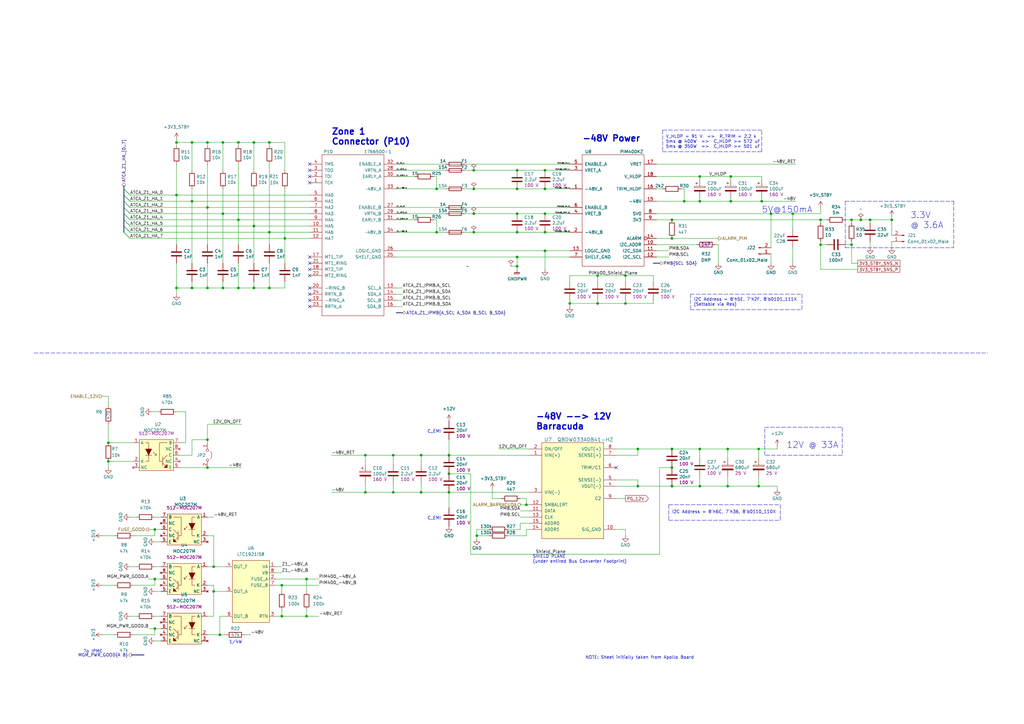
<source format=kicad_sch>
(kicad_sch (version 20211123) (generator eeschema)
  (paper "A3")
  (title_block (title "ATCA Template") (date "2023-01-05") (rev "1.0") (company "Karlsruhe Institute of Technology (KIT)") (comment 1 "Carsten Schmerbeck") (comment 2 "Luis Ardila") (comment 4 "Licensed under CERN-OHL-P v2"))
  (junction (at 115.57 252.73))
  (junction (at 72.39 80.01))
  (junction (at 116.84 97.79))
  (junction (at 179.07 95.25))
  (junction (at 215.9 207.01))
  (junction (at 184.15 186.69))
  (junction (at 223.52 87.63))
  (junction (at 78.74 82.55))
  (junction (at 195.58 219.71))
  (junction (at 353.06 90.17))
  (junction (at 87.63 232.41))
  (junction (at 336.55 90.17))
  (junction (at 299.72 72.39))
  (junction (at 172.72 186.69))
  (junction (at 149.86 201.93))
  (junction (at 63.5 257.81))
  (junction (at 256.54 113.03))
  (junction (at 256.54 124.46))
  (junction (at 311.15 199.39))
  (junction (at 223.52 69.85))
  (junction (at 212.09 69.85))
  (junction (at 78.74 58.42))
  (junction (at 223.52 77.47))
  (junction (at 63.5 237.49))
  (junction (at 104.14 118.11))
  (junction (at 275.59 199.39))
  (junction (at 212.09 105.41))
  (junction (at 349.25 90.17))
  (junction (at 91.44 118.11))
  (junction (at 212.09 109.22))
  (junction (at 72.39 118.11))
  (junction (at 212.09 95.25))
  (junction (at 161.29 201.93))
  (junction (at 91.44 58.42))
  (junction (at 245.11 113.03))
  (junction (at 184.15 201.93))
  (junction (at 261.62 184.15))
  (junction (at 245.11 124.46))
  (junction (at 275.59 90.17))
  (junction (at 194.31 87.63))
  (junction (at 78.74 118.11))
  (junction (at 349.25 100.33))
  (junction (at 212.09 87.63))
  (junction (at 125.73 237.49))
  (junction (at 104.14 58.42))
  (junction (at 287.02 184.15))
  (junction (at 110.49 95.25))
  (junction (at 97.79 90.17))
  (junction (at 312.42 82.55))
  (junction (at 233.68 124.46))
  (junction (at 287.02 72.39))
  (junction (at 261.62 199.39))
  (junction (at 194.31 69.85))
  (junction (at 365.76 90.17))
  (junction (at 275.59 184.15))
  (junction (at 44.45 181.61))
  (junction (at 184.15 194.31))
  (junction (at 85.09 58.42))
  (junction (at 356.87 90.17))
  (junction (at 223.52 102.87))
  (junction (at 179.07 77.47))
  (junction (at 194.31 77.47))
  (junction (at 97.79 58.42))
  (junction (at 115.57 240.03))
  (junction (at 104.14 92.71))
  (junction (at 223.52 95.25))
  (junction (at 298.45 184.15))
  (junction (at 161.29 186.69))
  (junction (at 287.02 199.39))
  (junction (at 325.12 87.63))
  (junction (at 125.73 252.73))
  (junction (at 85.09 118.11))
  (junction (at 287.02 82.55))
  (junction (at 298.45 199.39))
  (junction (at 72.39 58.42))
  (junction (at 172.72 201.93))
  (junction (at 87.63 242.57))
  (junction (at 336.55 100.33))
  (junction (at 311.15 184.15))
  (junction (at 85.09 85.09))
  (junction (at 85.09 191.77))
  (junction (at 44.45 189.23))
  (junction (at 299.72 82.55))
  (junction (at 63.5 217.17))
  (junction (at 90.17 260.35))
  (junction (at 91.44 87.63))
  (junction (at 275.59 191.77))
  (junction (at 212.09 77.47))
  (junction (at 280.67 82.55))
  (junction (at 97.79 118.11))
  (junction (at 85.09 180.34))
  (junction (at 316.23 87.63))
  (junction (at 110.49 58.42))
  (junction (at 275.59 97.79))
  (junction (at 194.31 95.25))
  (junction (at 110.49 118.11))
  (junction (at 149.86 186.69))
  (no_connect (at 127 120.65))
  (no_connect (at 127 105.41))
  (no_connect (at 127 113.03))
  (no_connect (at 127 123.19))
  (no_connect (at 252.73 191.77))
  (no_connect (at 127 118.11))
  (no_connect (at 127 67.31))
  (no_connect (at 127 69.85))
  (no_connect (at 127 72.39))
  (no_connect (at 127 74.93))
  (no_connect (at 127 125.73))
  (no_connect (at 127 107.95))
  (no_connect (at 127 110.49))
  (bus_entry (at 50.8 77.47) (size 2.54 2.54))
  (bus_entry (at 50.8 90.17) (size 2.54 2.54))
  (bus_entry (at 50.8 80.01) (size 2.54 2.54))
  (bus_entry (at 53.34 80.01) (size -2.54 -2.54))
  (bus_entry (at 50.8 82.55) (size 2.54 2.54))
  (bus_entry (at 53.34 82.55) (size -2.54 -2.54))
  (bus_entry (at 50.8 95.25) (size 2.54 2.54))
  (bus_entry (at 53.34 85.09) (size -2.54 -2.54))
  (bus_entry (at 50.8 87.63) (size 2.54 2.54))
  (bus_entry (at 53.34 92.71) (size -2.54 -2.54))
  (bus_entry (at 53.34 95.25) (size -2.54 -2.54))
  (bus_entry (at 50.8 85.09) (size 2.54 2.54))
  (bus_entry (at 53.34 90.17) (size -2.54 -2.54))
  (bus_entry (at 53.34 97.79) (size -2.54 -2.54))
  (bus_entry (at 53.34 87.63) (size -2.54 -2.54))
  (bus_entry (at 50.8 92.71) (size 2.54 2.54))
  (wire (pts (xy 213.36 209.55) (xy 217.17 209.55)))
  (wire (pts (xy 63.5 262.89) (xy 66.04 262.89)))
  (wire (pts (xy 72.39 58.42) (xy 78.74 58.42)))
  (wire (pts (xy 104.14 118.11) (xy 97.79 118.11)))
  (wire (pts (xy 356.87 99.06) (xy 356.87 101.6)))
  (wire (pts (xy 116.84 58.42) (xy 116.84 69.85)))
  (wire (pts (xy 270.51 191.77) (xy 275.59 191.77)))
  (wire (pts (xy 161.29 190.5) (xy 161.29 186.69)))
  (wire (pts (xy 245.11 124.46) (xy 233.68 124.46)))
  (wire (pts (xy 213.36 204.47) (xy 215.9 204.47)))
  (wire (pts (xy 44.45 189.23) (xy 54.61 189.23)))
  (wire (pts (xy 356.87 90.17) (xy 356.87 91.44)))
  (wire (pts (xy 245.11 115.57) (xy 245.11 113.03)))
  (wire (pts (xy 287.02 195.58) (xy 287.02 199.39)))
  (wire (pts (xy 85.09 100.33) (xy 85.09 85.09)))
  (wire (pts (xy 73.66 191.77) (xy 85.09 191.77)))
  (wire (pts (xy 316.23 87.63) (xy 316.23 101.6)))
  (wire (pts (xy 41.91 219.71) (xy 46.99 219.71)))
  (wire (pts (xy 162.56 95.25) (xy 179.07 95.25)))
  (wire (pts (xy 60.96 217.17) (xy 63.5 217.17)))
  (wire (pts (xy 245.11 123.19) (xy 245.11 124.46)))
  (wire (pts (xy 162.56 118.11) (xy 165.1 118.11)))
  (wire (pts (xy 325.12 87.63) (xy 336.55 87.63)))
  (wire (pts (xy 41.91 240.03) (xy 46.99 240.03)))
  (wire (pts (xy 85.09 67.31) (xy 85.09 85.09)))
  (wire (pts (xy 195.58 219.71) (xy 195.58 217.17)))
  (wire (pts (xy 212.09 105.41) (xy 233.68 105.41)))
  (wire (pts (xy 72.39 57.15) (xy 72.39 58.42)))
  (wire (pts (xy 287.02 81.28) (xy 287.02 82.55)))
  (wire (pts (xy 194.31 87.63) (xy 212.09 87.63)))
  (wire (pts (xy 349.25 107.95) (xy 351.79 107.95)))
  (wire (pts (xy 190.5 77.47) (xy 194.31 77.47)))
  (wire (pts (xy 215.9 204.47) (xy 215.9 207.01)))
  (wire (pts (xy 270.51 227.33) (xy 270.51 191.77)))
  (wire (pts (xy 162.56 120.65) (xy 165.1 120.65)))
  (wire (pts (xy 162.56 90.17) (xy 170.18 90.17)))
  (wire (pts (xy 91.44 115.57) (xy 91.44 118.11)))
  (wire (pts (xy 256.54 217.17) (xy 252.73 217.17)))
  (wire (pts (xy 63.5 240.03) (xy 63.5 237.49)))
  (wire (pts (xy 194.31 95.25) (xy 212.09 95.25)))
  (wire (pts (xy 269.24 67.31) (xy 326.39 67.31)))
  (wire (pts (xy 223.52 69.85) (xy 233.68 69.85)))
  (wire (pts (xy 223.52 87.63) (xy 233.68 87.63)))
  (wire (pts (xy 223.52 95.25) (xy 233.68 95.25)))
  (wire (pts (xy 110.49 58.42) (xy 116.84 58.42)))
  (wire (pts (xy 336.55 90.17) (xy 339.09 90.17)))
  (wire (pts (xy 110.49 100.33) (xy 110.49 95.25)))
  (polyline (pts (xy 313.69 186.69) (xy 313.69 175.26)))
  (wire (pts (xy 85.09 85.09) (xy 127 85.09)))
  (polyline (pts (xy 346.71 101.6) (xy 391.16 101.6)))
  (wire (pts (xy 184.15 186.69) (xy 217.17 186.69)))
  (wire (pts (xy 162.56 69.85) (xy 182.88 69.85)))
  (wire (pts (xy 44.45 181.61) (xy 54.61 181.61)))
  (wire (pts (xy 149.86 201.93) (xy 161.29 201.93)))
  (wire (pts (xy 125.73 237.49) (xy 130.81 237.49)))
  (wire (pts (xy 311.15 195.58) (xy 311.15 199.39)))
  (wire (pts (xy 213.36 207.01) (xy 215.9 207.01)))
  (polyline (pts (xy 274.32 213.36) (xy 320.04 213.36)))
  (wire (pts (xy 161.29 198.12) (xy 161.29 201.93)))
  (polyline (pts (xy 391.16 82.55) (xy 391.16 101.6)))
  (wire (pts (xy 110.49 67.31) (xy 110.49 95.25)))
  (wire (pts (xy 162.56 77.47) (xy 179.07 77.47)))
  (wire (pts (xy 256.54 219.71) (xy 256.54 217.17)))
  (wire (pts (xy 104.14 77.47) (xy 104.14 92.71)))
  (wire (pts (xy 54.61 219.71) (xy 63.5 219.71)))
  (wire (pts (xy 76.2 168.91) (xy 76.2 181.61)))
  (polyline (pts (xy 312.42 53.34) (xy 271.78 53.34)))
  (wire (pts (xy 53.34 80.01) (xy 72.39 80.01)))
  (wire (pts (xy 298.45 195.58) (xy 298.45 199.39)))
  (wire (pts (xy 116.84 97.79) (xy 127 97.79)))
  (wire (pts (xy 184.15 180.34) (xy 184.15 186.69)))
  (wire (pts (xy 78.74 69.85) (xy 78.74 58.42)))
  (wire (pts (xy 280.67 82.55) (xy 287.02 82.55)))
  (wire (pts (xy 365.76 99.06) (xy 365.76 101.6)))
  (wire (pts (xy 190.5 87.63) (xy 194.31 87.63)))
  (wire (pts (xy 287.02 184.15) (xy 298.45 184.15)))
  (wire (pts (xy 60.96 257.81) (xy 63.5 257.81)))
  (wire (pts (xy 63.5 217.17) (xy 66.04 217.17)))
  (wire (pts (xy 261.62 184.15) (xy 275.59 184.15)))
  (wire (pts (xy 179.07 72.39) (xy 179.07 77.47)))
  (wire (pts (xy 91.44 58.42) (xy 97.79 58.42)))
  (wire (pts (xy 78.74 180.34) (xy 85.09 180.34)))
  (bus (pts (xy 50.8 90.17) (xy 50.8 92.71)))
  (wire (pts (xy 85.09 252.73) (xy 87.63 252.73)))
  (polyline (pts (xy 271.78 62.23) (xy 312.42 62.23)))
  (wire (pts (xy 87.63 219.71) (xy 87.63 232.41)))
  (wire (pts (xy 97.79 67.31) (xy 97.79 90.17)))
  (wire (pts (xy 195.58 220.98) (xy 195.58 219.71)))
  (wire (pts (xy 269.24 100.33) (xy 285.75 100.33)))
  (wire (pts (xy 162.56 125.73) (xy 165.1 125.73)))
  (wire (pts (xy 213.36 214.63) (xy 213.36 217.17)))
  (wire (pts (xy 44.45 162.56) (xy 44.45 166.37)))
  (wire (pts (xy 267.97 123.19) (xy 267.97 124.46)))
  (wire (pts (xy 53.34 87.63) (xy 91.44 87.63)))
  (wire (pts (xy 72.39 100.33) (xy 72.39 80.01)))
  (wire (pts (xy 299.72 81.28) (xy 299.72 82.55)))
  (wire (pts (xy 294.64 100.33) (xy 294.64 107.95)))
  (wire (pts (xy 104.14 58.42) (xy 110.49 58.42)))
  (wire (pts (xy 53.34 212.09) (xy 55.88 212.09)))
  (wire (pts (xy 275.59 90.17) (xy 336.55 90.17)))
  (wire (pts (xy 193.04 227.33) (xy 270.51 227.33)))
  (wire (pts (xy 349.25 91.44) (xy 349.25 90.17)))
  (wire (pts (xy 213.36 217.17) (xy 208.28 217.17)))
  (wire (pts (xy 53.34 97.79) (xy 116.84 97.79)))
  (wire (pts (xy 63.5 260.35) (xy 63.5 257.81)))
  (wire (pts (xy 179.07 90.17) (xy 177.8 90.17)))
  (wire (pts (xy 287.02 199.39) (xy 298.45 199.39)))
  (wire (pts (xy 113.03 240.03) (xy 115.57 240.03)))
  (wire (pts (xy 217.17 214.63) (xy 213.36 214.63)))
  (wire (pts (xy 298.45 187.96) (xy 298.45 184.15)))
  (bus (pts (xy 50.8 76.2) (xy 50.8 77.47)))
  (wire (pts (xy 346.71 100.33) (xy 349.25 100.33)))
  (wire (pts (xy 233.68 115.57) (xy 233.68 113.03)))
  (wire (pts (xy 149.86 198.12) (xy 149.86 201.93)))
  (wire (pts (xy 162.56 72.39) (xy 170.18 72.39)))
  (polyline (pts (xy 313.69 175.26) (xy 345.44 175.26)))
  (wire (pts (xy 78.74 107.95) (xy 78.74 82.55)))
  (wire (pts (xy 115.57 240.03) (xy 115.57 242.57)))
  (wire (pts (xy 346.71 90.17) (xy 349.25 90.17)))
  (wire (pts (xy 179.07 77.47) (xy 182.88 77.47)))
  (wire (pts (xy 215.9 217.17) (xy 215.9 219.71)))
  (wire (pts (xy 261.62 199.39) (xy 275.59 199.39)))
  (wire (pts (xy 78.74 77.47) (xy 78.74 82.55)))
  (wire (pts (xy 78.74 186.69) (xy 78.74 180.34)))
  (wire (pts (xy 125.73 237.49) (xy 125.73 242.57)))
  (wire (pts (xy 135.89 186.69) (xy 149.86 186.69)))
  (wire (pts (xy 252.73 186.69) (xy 261.62 186.69)))
  (wire (pts (xy 104.14 107.95) (xy 104.14 92.71)))
  (wire (pts (xy 113.03 237.49) (xy 125.73 237.49)))
  (wire (pts (xy 90.17 260.35) (xy 90.17 252.73)))
  (wire (pts (xy 72.39 118.11) (xy 72.39 120.65)))
  (wire (pts (xy 91.44 118.11) (xy 85.09 118.11)))
  (wire (pts (xy 365.76 90.17) (xy 365.76 96.52)))
  (wire (pts (xy 233.68 113.03) (xy 245.11 113.03)))
  (wire (pts (xy 245.11 113.03) (xy 256.54 113.03)))
  (wire (pts (xy 267.97 124.46) (xy 256.54 124.46)))
  (wire (pts (xy 54.61 240.03) (xy 63.5 240.03)))
  (wire (pts (xy 125.73 250.19) (xy 125.73 252.73)))
  (wire (pts (xy 201.93 204.47) (xy 205.74 204.47)))
  (wire (pts (xy 184.15 201.93) (xy 217.17 201.93)))
  (wire (pts (xy 172.72 198.12) (xy 172.72 201.93)))
  (bus (pts (xy 267.97 107.95) (xy 270.51 107.95)))
  (wire (pts (xy 269.24 97.79) (xy 275.59 97.79)))
  (wire (pts (xy 223.52 102.87) (xy 223.52 110.49)))
  (wire (pts (xy 85.09 59.69) (xy 85.09 58.42)))
  (wire (pts (xy 125.73 252.73) (xy 130.81 252.73)))
  (bus (pts (xy 50.8 85.09) (xy 50.8 87.63)))
  (wire (pts (xy 85.09 219.71) (xy 87.63 219.71)))
  (wire (pts (xy 110.49 95.25) (xy 127 95.25)))
  (wire (pts (xy 78.74 115.57) (xy 78.74 118.11)))
  (wire (pts (xy 212.09 109.22) (xy 212.09 105.41)))
  (polyline (pts (xy 283.21 120.65) (xy 283.21 127)))
  (wire (pts (xy 63.5 252.73) (xy 66.04 252.73)))
  (wire (pts (xy 85.09 212.09) (xy 87.63 212.09)))
  (wire (pts (xy 62.23 168.91) (xy 64.77 168.91)))
  (wire (pts (xy 217.17 217.17) (xy 215.9 217.17)))
  (wire (pts (xy 113.03 232.41) (xy 115.57 232.41)))
  (polyline (pts (xy 283.21 127) (xy 328.93 127)))
  (wire (pts (xy 287.02 187.96) (xy 287.02 184.15)))
  (wire (pts (xy 162.56 105.41) (xy 212.09 105.41)))
  (wire (pts (xy 97.79 90.17) (xy 127 90.17)))
  (wire (pts (xy 97.79 118.11) (xy 91.44 118.11)))
  (wire (pts (xy 280.67 77.47) (xy 280.67 82.55)))
  (wire (pts (xy 325.12 87.63) (xy 325.12 93.98)))
  (wire (pts (xy 63.5 219.71) (xy 63.5 217.17)))
  (wire (pts (xy 194.31 77.47) (xy 212.09 77.47)))
  (wire (pts (xy 298.45 184.15) (xy 311.15 184.15)))
  (wire (pts (xy 78.74 82.55) (xy 127 82.55)))
  (wire (pts (xy 312.42 81.28) (xy 312.42 82.55)))
  (wire (pts (xy 44.45 191.77) (xy 44.45 189.23)))
  (wire (pts (xy 287.02 72.39) (xy 299.72 72.39)))
  (wire (pts (xy 213.36 212.09) (xy 217.17 212.09)))
  (wire (pts (xy 349.25 90.17) (xy 353.06 90.17)))
  (wire (pts (xy 223.52 77.47) (xy 233.68 77.47)))
  (wire (pts (xy 115.57 240.03) (xy 130.81 240.03)))
  (wire (pts (xy 311.15 187.96) (xy 311.15 184.15)))
  (wire (pts (xy 115.57 250.19) (xy 115.57 252.73)))
  (wire (pts (xy 212.09 110.49) (xy 212.09 109.22)))
  (wire (pts (xy 336.55 85.09) (xy 336.55 87.63)))
  (wire (pts (xy 252.73 204.47) (xy 256.54 204.47)))
  (wire (pts (xy 252.73 184.15) (xy 261.62 184.15)))
  (wire (pts (xy 44.45 173.99) (xy 44.45 181.61)))
  (wire (pts (xy 365.76 88.9) (xy 365.76 90.17)))
  (wire (pts (xy 179.07 90.17) (xy 179.07 95.25)))
  (wire (pts (xy 104.14 118.11) (xy 110.49 118.11)))
  (wire (pts (xy 97.79 107.95) (xy 97.79 118.11)))
  (wire (pts (xy 293.37 100.33) (xy 294.64 100.33)))
  (wire (pts (xy 256.54 123.19) (xy 256.54 124.46)))
  (wire (pts (xy 298.45 199.39) (xy 311.15 199.39)))
  (wire (pts (xy 97.79 100.33) (xy 97.79 90.17)))
  (wire (pts (xy 90.17 252.73) (xy 92.71 252.73)))
  (wire (pts (xy 269.24 90.17) (xy 275.59 90.17)))
  (wire (pts (xy 190.5 85.09) (xy 233.68 85.09)))
  (wire (pts (xy 73.66 186.69) (xy 78.74 186.69)))
  (wire (pts (xy 161.29 186.69) (xy 172.72 186.69)))
  (wire (pts (xy 287.02 82.55) (xy 299.72 82.55)))
  (wire (pts (xy 312.42 72.39) (xy 312.42 73.66)))
  (wire (pts (xy 97.79 58.42) (xy 104.14 58.42)))
  (wire (pts (xy 53.34 232.41) (xy 55.88 232.41)))
  (wire (pts (xy 162.56 87.63) (xy 182.88 87.63)))
  (wire (pts (xy 85.09 107.95) (xy 85.09 118.11)))
  (wire (pts (xy 299.72 72.39) (xy 312.42 72.39)))
  (wire (pts (xy 91.44 87.63) (xy 127 87.63)))
  (wire (pts (xy 190.5 69.85) (xy 194.31 69.85)))
  (wire (pts (xy 184.15 208.28) (xy 184.15 201.93)))
  (wire (pts (xy 104.14 115.57) (xy 104.14 118.11)))
  (wire (pts (xy 261.62 186.69) (xy 261.62 184.15)))
  (wire (pts (xy 78.74 58.42) (xy 85.09 58.42)))
  (wire (pts (xy 275.59 199.39) (xy 287.02 199.39)))
  (wire (pts (xy 269.24 77.47) (xy 271.78 77.47)))
  (wire (pts (xy 91.44 107.95) (xy 91.44 87.63)))
  (polyline (pts (xy 346.71 82.55) (xy 391.16 82.55)))
  (wire (pts (xy 172.72 201.93) (xy 184.15 201.93)))
  (wire (pts (xy 53.34 82.55) (xy 78.74 82.55)))
  (wire (pts (xy 149.86 186.69) (xy 161.29 186.69)))
  (polyline (pts (xy 345.44 175.26) (xy 345.44 186.69)))
  (wire (pts (xy 63.5 237.49) (xy 66.04 237.49)))
  (wire (pts (xy 72.39 107.95) (xy 72.39 118.11)))
  (polyline (pts (xy 274.32 207.01) (xy 320.04 207.01)))
  (wire (pts (xy 53.34 252.73) (xy 55.88 252.73)))
  (wire (pts (xy 85.09 180.34) (xy 85.09 181.61)))
  (wire (pts (xy 85.09 260.35) (xy 90.17 260.35)))
  (wire (pts (xy 100.33 260.35) (xy 102.87 260.35)))
  (wire (pts (xy 325.12 101.6) (xy 325.12 107.95)))
  (wire (pts (xy 162.56 102.87) (xy 223.52 102.87)))
  (wire (pts (xy 172.72 190.5) (xy 172.72 186.69)))
  (bus (pts (xy 53.975 268.605) (xy 59.055 268.605)))
  (polyline (pts (xy 271.78 53.34) (xy 271.78 62.23)))
  (bus (pts (xy 50.8 77.47) (xy 50.8 80.01)))
  (wire (pts (xy 53.34 92.71) (xy 104.14 92.71)))
  (wire (pts (xy 233.68 124.46) (xy 233.68 125.73)))
  (wire (pts (xy 87.63 252.73) (xy 87.63 242.57)))
  (wire (pts (xy 53.34 95.25) (xy 110.49 95.25)))
  (wire (pts (xy 318.77 199.39) (xy 318.77 200.66)))
  (wire (pts (xy 85.09 173.99) (xy 99.06 173.99)))
  (wire (pts (xy 312.42 82.55) (xy 326.39 82.55)))
  (wire (pts (xy 116.84 107.95) (xy 116.84 97.79)))
  (polyline (pts (xy 312.42 62.23) (xy 312.42 53.34)))
  (wire (pts (xy 256.54 115.57) (xy 256.54 113.03)))
  (wire (pts (xy 41.91 162.56) (xy 44.45 162.56)))
  (wire (pts (xy 190.5 67.31) (xy 233.68 67.31)))
  (wire (pts (xy 204.47 184.15) (xy 217.17 184.15)))
  (wire (pts (xy 212.09 77.47) (xy 223.52 77.47)))
  (bus (pts (xy 50.8 87.63) (xy 50.8 90.17)))
  (wire (pts (xy 194.31 69.85) (xy 212.09 69.85)))
  (wire (pts (xy 90.17 260.35) (xy 92.71 260.35)))
  (wire (pts (xy 54.61 260.35) (xy 63.5 260.35)))
  (wire (pts (xy 200.66 219.71) (xy 195.58 219.71)))
  (wire (pts (xy 336.55 100.33) (xy 336.55 110.49)))
  (polyline (pts (xy 320.04 207.01) (xy 320.04 213.36)))
  (wire (pts (xy 193.04 194.31) (xy 193.04 227.33)))
  (polyline (pts (xy 274.32 207.01) (xy 274.32 213.36)))
  (wire (pts (xy 233.68 123.19) (xy 233.68 124.46)))
  (wire (pts (xy 63.5 232.41) (xy 66.04 232.41)))
  (wire (pts (xy 209.55 109.22) (xy 212.09 109.22)))
  (wire (pts (xy 60.96 237.49) (xy 63.5 237.49)))
  (wire (pts (xy 269.24 87.63) (xy 316.23 87.63)))
  (wire (pts (xy 149.86 190.5) (xy 149.86 186.69)))
  (wire (pts (xy 287.02 73.66) (xy 287.02 72.39)))
  (wire (pts (xy 63.5 212.09) (xy 66.04 212.09)))
  (wire (pts (xy 179.07 72.39) (xy 177.8 72.39)))
  (polyline (pts (xy 13.97 144.78) (xy 405.13 144.78)))
  (wire (pts (xy 212.09 69.85) (xy 223.52 69.85)))
  (wire (pts (xy 104.14 92.71) (xy 127 92.71)))
  (wire (pts (xy 53.34 90.17) (xy 97.79 90.17)))
  (wire (pts (xy 353.06 90.17) (xy 356.87 90.17)))
  (wire (pts (xy 162.56 85.09) (xy 182.88 85.09)))
  (polyline (pts (xy 328.93 120.65) (xy 328.93 127)))
  (wire (pts (xy 311.15 184.15) (xy 318.77 184.15)))
  (wire (pts (xy 172.72 186.69) (xy 184.15 186.69)))
  (wire (pts (xy 275.59 184.15) (xy 287.02 184.15)))
  (wire (pts (xy 162.56 67.31) (xy 182.88 67.31)))
  (wire (pts (xy 76.2 181.61) (xy 73.66 181.61)))
  (wire (pts (xy 41.91 260.35) (xy 46.99 260.35)))
  (bus (pts (xy 162.56 128.27) (xy 165.1 128.27)))
  (wire (pts (xy 349.25 100.33) (xy 349.25 99.06)))
  (wire (pts (xy 72.39 59.69) (xy 72.39 58.42)))
  (wire (pts (xy 223.52 102.87) (xy 233.68 102.87)))
  (wire (pts (xy 179.07 95.25) (xy 182.88 95.25)))
  (wire (pts (xy 336.55 90.17) (xy 336.55 91.44)))
  (wire (pts (xy 78.74 118.11) (xy 72.39 118.11)))
  (wire (pts (xy 110.49 107.95) (xy 110.49 118.11)))
  (wire (pts (xy 161.29 201.93) (xy 172.72 201.93)))
  (wire (pts (xy 212.09 95.25) (xy 223.52 95.25)))
  (wire (pts (xy 215.9 219.71) (xy 208.28 219.71)))
  (wire (pts (xy 336.55 100.33) (xy 339.09 100.33)))
  (wire (pts (xy 267.97 113.03) (xy 267.97 115.57)))
  (wire (pts (xy 215.9 207.01) (xy 217.17 207.01)))
  (bus (pts (xy 50.8 82.55) (xy 50.8 85.09)))
  (wire (pts (xy 279.4 77.47) (xy 280.67 77.47)))
  (bus (pts (xy 50.8 92.71) (xy 50.8 95.25)))
  (wire (pts (xy 72.39 67.31) (xy 72.39 80.01)))
  (wire (pts (xy 269.24 105.41) (xy 274.32 105.41)))
  (wire (pts (xy 212.09 87.63) (xy 223.52 87.63)))
  (wire (pts (xy 299.72 73.66) (xy 299.72 72.39)))
  (wire (pts (xy 85.09 118.11) (xy 78.74 118.11)))
  (wire (pts (xy 110.49 118.11) (xy 116.84 118.11)))
  (wire (pts (xy 115.57 252.73) (xy 125.73 252.73)))
  (wire (pts (xy 184.15 194.31) (xy 193.04 194.31)))
  (wire (pts (xy 256.54 113.03) (xy 267.97 113.03)))
  (wire (pts (xy 85.09 58.42) (xy 91.44 58.42)))
  (wire (pts (xy 87.63 240.03) (xy 85.09 240.03)))
  (wire (pts (xy 87.63 242.57) (xy 87.63 240.03)))
  (wire (pts (xy 85.09 191.77) (xy 99.06 191.77)))
  (polyline (pts (xy 345.44 186.69) (xy 313.69 186.69)))
  (wire (pts (xy 201.93 200.66) (xy 201.93 204.47)))
  (wire (pts (xy 91.44 69.85) (xy 91.44 58.42)))
  (wire (pts (xy 336.55 110.49) (xy 351.79 110.49)))
  (wire (pts (xy 135.89 201.93) (xy 149.86 201.93)))
  (wire (pts (xy 91.44 77.47) (xy 91.44 87.63)))
  (wire (pts (xy 316.23 87.63) (xy 325.12 87.63)))
  (wire (pts (xy 252.73 199.39) (xy 261.62 199.39)))
  (wire (pts (xy 269.24 82.55) (xy 280.67 82.55)))
  (wire (pts (xy 63.5 257.81) (xy 66.04 257.81)))
  (wire (pts (xy 252.73 196.85) (xy 261.62 196.85)))
  (wire (pts (xy 336.55 99.06) (xy 336.55 100.33)))
  (bus (pts (xy 50.8 80.01) (xy 50.8 82.55)))
  (wire (pts (xy 85.09 232.41) (xy 87.63 232.41)))
  (wire (pts (xy 190.5 95.25) (xy 194.31 95.25)))
  (polyline (pts (xy 346.71 82.55) (xy 346.71 101.6)))
  (wire (pts (xy 261.62 196.85) (xy 261.62 199.39)))
  (wire (pts (xy 356.87 90.17) (xy 365.76 90.17)))
  (wire (pts (xy 53.34 85.09) (xy 85.09 85.09)))
  (wire (pts (xy 318.77 184.15) (xy 318.77 182.88)))
  (wire (pts (xy 275.59 97.79) (xy 294.64 97.79)))
  (wire (pts (xy 162.56 123.19) (xy 165.1 123.19)))
  (wire (pts (xy 110.49 58.42) (xy 110.49 59.69)))
  (polyline (pts (xy 283.21 120.65) (xy 328.93 120.65)))
  (wire (pts (xy 269.24 102.87) (xy 274.32 102.87)))
  (wire (pts (xy 311.15 199.39) (xy 318.77 199.39)))
  (wire (pts (xy 113.03 252.73) (xy 115.57 252.73)))
  (wire (pts (xy 92.71 242.57) (xy 87.63 242.57)))
  (wire (pts (xy 72.39 80.01) (xy 127 80.01)))
  (wire (pts (xy 63.5 222.25) (xy 66.04 222.25)))
  (wire (pts (xy 195.58 217.17) (xy 200.66 217.17)))
  (wire (pts (xy 316.23 104.14) (xy 316.23 107.95)))
  (wire (pts (xy 256.54 124.46) (xy 245.11 124.46)))
  (wire (pts (xy 63.5 242.57) (xy 66.04 242.57)))
  (wire (pts (xy 97.79 59.69) (xy 97.79 58.42)))
  (wire (pts (xy 299.72 82.55) (xy 312.42 82.55)))
  (wire (pts (xy 87.63 232.41) (xy 92.71 232.41)))
  (wire (pts (xy 72.39 168.91) (xy 76.2 168.91)))
  (wire (pts (xy 104.14 69.85) (xy 104.14 58.42)))
  (wire (pts (xy 269.24 72.39) (xy 287.02 72.39)))
  (wire (pts (xy 349.25 100.33) (xy 349.25 107.95)))
  (wire (pts (xy 116.84 77.47) (xy 116.84 97.79)))
  (wire (pts (xy 116.84 115.57) (xy 116.84 118.11)))
  (wire (pts (xy 113.03 234.95) (xy 115.57 234.95)))
  (wire (pts (xy 85.09 173.99) (xy 85.09 180.34)))
  (text "SHIELD PLANE\n(under entired Bus Converter Footprint)" (at 218.44 231.14 0) (effects (font (size 1.27 1.27)) (justify left bottom)))
  (text "3.3V \n@ 3.6A " (at 373.38 93.98 0) (effects (font (size 2.54 2.54)) (justify left bottom)))
  (text "-48V Power" (at 238.76 58.42 0) (effects (font (size 2.54 2.54) (thickness 0.508) bold) (justify left bottom)))
  (text "12V @ 33A " (at 322.58 184.15 0) (effects (font (size 2.54 2.54)) (justify left bottom)))
  (text "Zone 1 \nConnector (P10)" (at 135.89 59.69 0) (effects (font (size 2.54 2.54) (thickness 0.508) bold) (justify left bottom)))
  (text "NOTE: Sheet initially taken from Apollo Board" (at 240.03 270.51 0) (effects (font (size 1.27 1.27)) (justify left bottom)))
  (text "C_EMI" (at 175.26 177.8 0) (effects (font (size 1.27 1.27)) (justify left bottom)))
  (text "I2C Address = 8'h5E, 7'h2F, 8'b0101_111X\n(Settable via Res)" (at 284.48 125.73 0) (effects (font (size 1.27 1.27)) (justify left bottom)))
  (text "-48V --> 12V\nBarracuda" (at 219.71 176.53 0) (effects (font (size 2.54 2.54) (thickness 0.508) bold) (justify left bottom)))
  (text "I2C Address = 8'h6C, 7'h36, 8'b0110_110X" (at 275.59 210.82 0) (effects (font (size 1.27 1.27)) (justify left bottom)))
  (text "C_EMI" (at 175.26 213.36 0) (effects (font (size 1.27 1.27)) (justify left bottom)))
  (text "V_HLDP = 91 V  =>  R_TRIM = 2.2 k\n5ms @ 400W  =>  C_HLDP >= 572 uF\n5ms @ 350W  =>  C_HLDP >= 501 uF" (at 273.05 60.96 0) (effects (font (size 1.27 1.27)) (justify left bottom)))
  (text "To IPMC" (at 34.29 267.97 0) (effects (font (size 1.27 1.27)) (justify left bottom)))
  (text "1/4W" (at 93.98 264.16 0) (effects (font (size 1.27 1.27)) (justify left bottom)))
  (text "5V@150mA" (at 312.42 87.63 0) (effects (font (size 2.54 2.54)) (justify left bottom)))
  (label "MGM_PWR_GOOD.A" (at 60.96 237.49 180))
  (label "Z1_VRTN_B" (at 162.56 87.63 0) (effects (font (size 0.508 0.508))))
  (label "-48V_RET" (at 326.39 67.31 180))
  (label "-48V" (at 326.39 82.55 180))
  (label "Z1_-48V_A" (at 115.57 232.41 0))
  (label "PIM400_-48V_A" (at 233.68 77.47 180) (effects (font (size 0.508 0.508))))
  (label "Z1_-48V_A" (at 162.56 77.47 0) (effects (font (size 0.508 0.508))))
  (label "PIM400_EN_A" (at 233.68 67.31 180) (effects (font (size 0.508 0.508))))
  (label "Z1_EARLY_B" (at 162.56 90.17 0) (effects (font (size 0.508 0.508))))
  (label "ATCA_Z1_HA_7" (at 53.34 97.79 0))
  (label "-48V" (at 99.06 191.77 180))
  (label "PIM400_-48V_A" (at 130.81 237.49 0))
  (label "PIM400_EN_B" (at 233.68 85.09 180) (effects (font (size 0.508 0.508))))
  (label "ATCA_Z1_HA_3" (at 53.34 87.63 0))
  (label "12V_ON_OFF" (at 99.06 173.99 180))
  (label "Shield_Plane" (at 219.71 227.33 0))
  (label "-48V_RET" (at 135.89 186.69 0))
  (label "ATCA_Z1_HA_2" (at 53.34 85.09 0))
  (label "-48V_RET" (at 87.63 212.09 0))
  (label "ATCA_Z1_HA_5" (at 53.34 92.71 0))
  (label "PIM400_VRET_B" (at 233.68 87.63 180) (effects (font (size 0.508 0.508))))
  (label "PIM400_VRET_A" (at 233.68 69.85 180) (effects (font (size 0.508 0.508))))
  (label "PIM400_-48V_B" (at 233.68 95.25 180) (effects (font (size 0.508 0.508))))
  (label "V_HLDP" (at 290.83 72.39 0))
  (label "ATCA_Z1_HA_4" (at 53.34 90.17 0))
  (label "MGM_PWR_GOOD.B" (at 60.96 257.81 180))
  (label "Z1_-48V_B" (at 162.56 95.25 0) (effects (font (size 0.508 0.508))))
  (label "ATCA_Z1_IPMB.A_SDA" (at 165.1 120.65 0))
  (label "PMB.SCL" (at 274.32 105.41 0))
  (label "ATCA_Z1_HA_0" (at 53.34 80.01 0))
  (label "12V_ON_OFF" (at 204.47 184.15 0))
  (label "ATCA_Z1_HA_6" (at 53.34 95.25 0))
  (label "ATCA_Z1_IPMB.A_SCL" (at 165.1 118.11 0))
  (label "Z1_EN_B" (at 162.56 85.09 0) (effects (font (size 0.508 0.508))))
  (label "ATCA_Z1_IPMB.B_SCL" (at 165.1 123.19 0))
  (label "Z1_EARLY_A" (at 162.56 72.39 0) (effects (font (size 0.508 0.508))))
  (label "PMB.SDA" (at 274.32 102.87 0))
  (label "PMB.SCL" (at 213.36 212.09 180))
  (label "ATCA_Z1_HA_1" (at 53.34 82.55 0))
  (label "Z1_EN_A" (at 162.56 67.31 0) (effects (font (size 0.508 0.508))))
  (label "-48V_RET" (at 130.81 252.73 0))
  (label "PIM400_-48V_B" (at 130.81 240.03 0))
  (label "-48V" (at 135.89 201.93 0))
  (label "Z1_VRTN_A" (at 162.56 69.85 0) (effects (font (size 0.508 0.508))))
  (label "Z1_-48V_B" (at 115.57 234.95 0))
  (label "PIM400_Shield_Plane" (at 241.3 113.03 0))
  (label "-48V" (at 102.87 260.35 0))
  (label "PMB.SDA" (at 213.36 209.55 180))
  (label "ATCA_Z1_IPMB.B_SDA" (at 165.1 125.73 0))
  (global_label "3V3_STBY_SNS_P" (shape passive) (at 351.79 110.49 0) (property "Intersheet References" "${INTERSHEET_REFS}" (effects hide)))
  (global_label "PG_12V" (shape output) (at 256.54 204.47 0) (property "Intersheet References" "${INTERSHEET_REFS}" (effects hide)))
  (global_label "3V3_STBY_SNS_N" (shape passive) (at 351.79 107.95 0) (property "Intersheet References" "${INTERSHEET_REFS}" (effects hide)))
  (hierarchical_label "FUSE_GOOD" (shape output) (at 60.96 217.17 180))
  (hierarchical_label "ATCA_Z1_HA_[0..7]" (shape output) (at 50.8 76.2 90))
  (hierarchical_label "ENABLE_12V" (shape input) (at 41.91 162.56 180))
  (hierarchical_label "PMB{SCL SDA}" (shape bidirectional) (at 270.51 107.95 0))
  (hierarchical_label "ALARM_PIM" (shape output) (at 294.64 97.79 0))
  (hierarchical_label "ALARM_BARRACUDA" (shape output) (at 213.36 207.01 180))
  (hierarchical_label "MGM_PWR_GOOD{A B}" (shape output) (at 53.975 268.605 180))
  (hierarchical_label "ATCA_Z1_IPMB{A_SCL A_SDA B_SCL B_SDA}" (shape bidirectional) (at 165.1 128.27 0))
  (symbol (lib_id "KIT_Connector:TE_176650X-1") (at 144.78 93.98 0) (unit 1)
    (property "Reference" "P10" (at 134.62 62.23 0))
    (property "Value" "1766500-1" (at 154.94 62.23 0))
    (property "Footprint" "KIT_Connector:TE_1766500-1" (effects hide))
    (property "digikey#" "1766500-1-ND" (effects hide))
    (property "manf" "TE Connectivity" (effects hide))
    (property "manf#" "1766500-1" (effects hide))
    (property "stock" "Serenity: 10" (effects hide))
    (property "mouser#" "571-1766500-1" (effects hide))
  )
  (symbol (lib_id "Device:R") (at 173.99 72.39 270) (unit 1)
    (property "Reference" "R25" (at 179.07 71.12 90))
    (property "Value" "15" (at 170.18 71.12 90))
    (property "Footprint" "Resistor_SMD:R_2512_6332Metric" (effects hide))
    (property "digikey#" "RMCF2512JT15R0DKR-ND" (effects hide))
    (property "manf" "Stackpole Electronics Inc" (effects hide))
    (property "manf#" "RMCF2512JT15R0" (effects hide))
  )
  (symbol (lib_id "Device:Fuse") (at 186.69 67.31 270) (unit 1)
    (property "Reference" "F1" (at 190.5 66.04 90))
    (property "Value" "1A" (at 181.61 66.04 90))
    (property "Footprint" "KIT_Fuse:SM2410" (effects hide))
    (property "digikey#" "507-1965-1-ND" (effects hide))
    (property "manf" "Bel Fuse Inc." (effects hide))
    (property "manf#" "0679L1000-01" (effects hide))
    (property "stock" "Serenity" (effects hide))
  )
  (symbol (lib_id "Device:R") (at 173.99 90.17 270) (unit 1)
    (property "Reference" "R26" (at 179.07 88.9 90))
    (property "Value" "15" (at 170.18 88.9 90))
    (property "Footprint" "Resistor_SMD:R_2512_6332Metric" (effects hide))
    (property "digikey#" "RMCF2512JT15R0DKR-ND" (effects hide))
    (property "manf" "Stackpole Electronics Inc" (effects hide))
    (property "manf#" "RMCF2512JT15R0" (effects hide))
  )
  (symbol (lib_id "Device:R") (at 275.59 77.47 270) (unit 1)
    (property "Reference" "R30" (at 280.67 76.2 90))
    (property "Value" "2k2" (at 270.51 76.2 90))
    (property "Footprint" "Resistor_SMD:R_0805_2012Metric_Pad1.20x1.40mm_HandSolder" (effects hide))
    (property "stock" "AVT-IPE" (effects hide))
    (property "digikey#" "A129753CT-ND" (effects hide))
    (property "manf" "TE" (effects hide))
    (property "manf#" "CRGCQ0805F2K2" (effects hide))
  )
  (symbol (lib_id "power:PWR_FLAG") (at 209.55 109.22 0) (unit 1)
    (property "Reference" "#FLG05" (effects hide))
    (property "Value" "~" (at 191.77 109.22 0))
  )
  (symbol (lib_id "KIT_Converter_DCDC:QBDW033A0B") (at 217.17 191.77 0) (unit 1)
    (property "Reference" "U7" (at 224.79 180.34 0) (effects (font (size 1.524 1.524))))
    (property "Value" "QBDW033A0B41-HZ" (at 240.03 180.34 0) (effects (font (size 1.524 1.524))))
    (property "Footprint" "KIT_Converter_DCDC:QBDW033A0B" (effects hide))
    (property "Datasheet" "http://apps.geindustrial.com/publibrary/checkout/QBDW033A0B?TNR=Brochures|QBDW033A0B|generic" (effects hide))
    (property "mouser#" "894-QBDW033A0B41-HZ" (effects hide))
    (property "digikey#" "555-1271-ND" (effects hide))
    (property "manf" "ABB Power Electronics Inc." (effects hide))
    (property "manf#" "QBDW033A0B41-HZ" (effects hide))
    (property "stock" "Serenity: 8" (effects hide))
  )
  (symbol (lib_id "Device:Fuse") (at 186.69 69.85 270) (unit 1)
    (property "Reference" "F2" (at 190.5 68.58 90))
    (property "Value" "15A" (at 181.61 68.58 90))
    (property "Footprint" "KIT_Fuse:SM2410" (effects hide))
    (property "digikey#" "507-1979-1-ND" (effects hide))
    (property "manf" "Bel Fuse Inc." (effects hide))
    (property "manf#" "0679L9150-01" (effects hide))
    (property "stock" "Serenity" (effects hide))
  )
  (symbol (lib_id "Device:Fuse") (at 186.69 77.47 270) (unit 1)
    (property "Reference" "F3" (at 190.5 76.2 90))
    (property "Value" "15A" (at 181.61 76.2 90))
    (property "Footprint" "KIT_Fuse:SM2410" (effects hide))
    (property "digikey#" "507-1979-1-ND" (effects hide))
    (property "manf" "Bel Fuse Inc." (effects hide))
    (property "manf#" "0679L9150-01" (effects hide))
    (property "stock" "Serenity" (effects hide))
  )
  (symbol (lib_id "Device:Fuse") (at 186.69 85.09 270) (unit 1)
    (property "Reference" "F4" (at 190.5 83.82 90))
    (property "Value" "1A" (at 181.61 83.82 90))
    (property "Footprint" "KIT_Fuse:SM2410" (effects hide))
    (property "digikey#" "507-1965-1-ND" (effects hide))
    (property "manf" "Bel Fuse Inc." (effects hide))
    (property "manf#" "0679L1000-01" (effects hide))
    (property "stock" "Serenity" (effects hide))
  )
  (symbol (lib_id "Device:Fuse") (at 186.69 87.63 270) (unit 1)
    (property "Reference" "F5" (at 190.5 86.36 90))
    (property "Value" "15A" (at 181.61 86.36 90))
    (property "Footprint" "KIT_Fuse:SM2410" (effects hide))
    (property "digikey#" "507-1979-1-ND" (effects hide))
    (property "manf" "Bel Fuse Inc." (effects hide))
    (property "manf#" "0679L9150-01" (effects hide))
    (property "stock" "Serenity" (effects hide))
  )
  (symbol (lib_id "Device:Fuse") (at 186.69 95.25 270) (unit 1)
    (property "Reference" "F6" (at 190.5 93.98 90))
    (property "Value" "15A" (at 181.61 93.98 90))
    (property "Footprint" "KIT_Fuse:SM2410" (effects hide))
    (property "digikey#" "507-1979-1-ND" (effects hide))
    (property "manf" "Bel Fuse Inc." (effects hide))
    (property "manf#" "0679L9150-01" (effects hide))
    (property "stock" "Serenity" (effects hide))
  )
  (symbol (lib_id "power:PWR_FLAG") (at 194.31 77.47 0) (unit 1)
    (property "Reference" "#FLG02" (effects hide))
  )
  (symbol (lib_id "power:PWR_FLAG") (at 194.31 69.85 0) (unit 1)
    (property "Reference" "#FLG01" (effects hide))
  )
  (symbol (lib_id "power:PWR_FLAG") (at 194.31 87.63 0) (unit 1)
    (property "Reference" "#FLG03" (effects hide))
  )
  (symbol (lib_id "power:PWR_FLAG") (at 194.31 95.25 0) (unit 1)
    (property "Reference" "#FLG04" (effects hide))
  )
  (symbol (lib_id "Device:R") (at 44.45 170.18 0) (unit 1)
    (property "Reference" "R6" (at 40.64 168.91 0))
    (property "Value" "470" (at 44.45 170.18 90))
    (property "Footprint" "Resistor_SMD:R_0402_1005Metric" (effects hide))
    (property "stock" "AVT-IPE" (effects hide))
    (property "digikey#" "A129623CT-ND" (effects hide))
    (property "manf" "TE" (effects hide))
    (property "manf#" "CRGCQ0402F470R" (effects hide))
  )
  (symbol (lib_id "Device:C") (at 212.09 91.44 0) (unit 1)
    (property "Reference" "C18" (at 215.011 89.1286 0) (effects (justify left)))
    (property "Value" "2.2uF" (at 215.011 91.44 0) (effects (justify left)))
    (property "Footprint" "Capacitor_SMD:C_1206_3216Metric" (effects hide))
    (property "voltage" "100 V" (at 215.011 93.7514 0) (effects (justify left)))
    (property "rs#" "180-6451" (effects hide))
    (property "digikey#" "587-4976-1-ND" (effects hide))
    (property "manf" "Taiyo Yuden" (effects hide))
    (property "manf#" "HMJ316BC7225KLHTE" (effects hide))
    (property "stock" "Box: 5" (effects hide))
  )
  (symbol (lib_id "power:GNDPWR") (at 212.09 110.49 0) (unit 1)
    (property "Reference" "#PWR030" (effects hide))
    (property "Value" "~" (at 212.1916 114.4016 0))
  )
  (symbol (lib_id "power:GND") (at 223.52 110.49 0) (unit 1)
    (property "Reference" "#PWR031" (effects hide))
    (property "Value" "GND" (at 223.52 114.3 0))
  )
  (symbol (lib_id "power:GND") (at 44.45 191.77 0) (unit 1)
    (property "Reference" "#PWR017" (effects hide))
    (property "Value" "GND" (at 44.45 195.58 0))
  )
  (symbol (lib_id "Device:C") (at 223.52 91.44 0) (unit 1)
    (property "Reference" "C20" (at 226.441 89.1286 0) (effects (justify left)))
    (property "Value" "2.2uF" (at 226.441 91.44 0) (effects (justify left)))
    (property "Footprint" "Capacitor_SMD:C_1206_3216Metric" (effects hide))
    (property "voltage" "100 V" (at 226.441 93.7514 0) (effects (justify left)))
    (property "rs#" "180-6451" (effects hide))
    (property "digikey#" "587-4976-1-ND" (effects hide))
    (property "manf" "Taiyo Yuden" (effects hide))
    (property "manf#" "HMJ316BC7225KLHTE" (effects hide))
    (property "stock" "Box: 5" (effects hide))
  )
  (symbol (lib_id "KIT_Converter_DCDC:PIM400KZ") (at 251.46 82.55 0) (unit 1)
    (property "Reference" "U8" (at 241.3 62.23 0))
    (property "Value" "PIM400KZ" (at 259.08 62.23 0))
    (property "Footprint" "KIT_Converter_DCDC:PIM400KZ" (effects hide))
    (property "Datasheet" "https://www.mouser.de/datasheet/2/167/PIM400_DS-1920379.pdf" (effects hide))
    (property "digikey#" "555-1334-ND" (effects hide))
    (property "mouser#" "894-PIM400kZ " (effects hide))
    (property "manf" "ABB Power Electronics Inc." (effects hide))
    (property "manf#" "PIM400KZ" (effects hide))
    (property "stock" "Serenity: 10" (effects hide))
  )
  (symbol (lib_id "Device:C") (at 212.09 73.66 0) (unit 1)
    (property "Reference" "C17" (at 215.011 71.3486 0) (effects (justify left)))
    (property "Value" "2.2uF" (at 215.011 73.66 0) (effects (justify left)))
    (property "Footprint" "Capacitor_SMD:C_1206_3216Metric" (effects hide))
    (property "voltage" "100 V" (at 215.011 75.9714 0) (effects (justify left)))
    (property "rs#" "180-6451" (effects hide))
    (property "digikey#" "587-4976-1-ND" (effects hide))
    (property "manf" "Taiyo Yuden" (effects hide))
    (property "manf#" "HMJ316BC7225KLHTE" (effects hide))
    (property "stock" "Box: 5" (effects hide))
  )
  (symbol (lib_id "Device:C") (at 223.52 73.66 0) (unit 1)
    (property "Reference" "C19" (at 226.441 71.3486 0) (effects (justify left)))
    (property "Value" "2.2uF" (at 226.441 73.66 0) (effects (justify left)))
    (property "Footprint" "Capacitor_SMD:C_1206_3216Metric" (effects hide))
    (property "voltage" "100 V" (at 226.441 75.9714 0) (effects (justify left)))
    (property "rs#" "180-6451" (effects hide))
    (property "digikey#" "587-4976-1-ND" (effects hide))
    (property "manf" "Taiyo Yuden" (effects hide))
    (property "manf#" "HMJ316BC7225KLHTE" (effects hide))
    (property "stock" "Box: 5" (effects hide))
  )
  (symbol (lib_id "Device:C_Polarized") (at 149.86 194.31 0) (unit 1)
    (property "Reference" "C10" (at 152.8572 191.9986 0) (effects (justify left)))
    (property "Value" "100uF" (at 152.8572 194.31 0) (effects (justify left)))
    (property "Footprint" "Capacitor_THT:CP_Radial_D16.0mm_P7.50mm" (effects hide))
    (property "voltage" "160 V" (at 152.8572 196.6214 0) (effects (justify left)))
    (property "manf" "Nichicon" (effects hide))
    (property "manf#" "UCS2C101MHD6" (effects hide))
    (property "mouser#" "647-UCS2C101MHD6" (effects hide))
  )
  (symbol (lib_id "Device:C") (at 161.29 194.31 0) (unit 1)
    (property "Reference" "C11" (at 164.211 191.9986 0) (effects (justify left)))
    (property "Value" "2.2uF" (at 164.211 194.31 0) (effects (justify left)))
    (property "Footprint" "Capacitor_SMD:C_1206_3216Metric" (effects hide))
    (property "voltage" "100 V" (at 164.211 196.6214 0) (effects (justify left)))
    (property "rs#" "180-6451" (effects hide))
    (property "digikey#" "587-4976-1-ND" (effects hide))
    (property "manf" "Taiyo Yuden" (effects hide))
    (property "manf#" "HMJ316BC7225KLHTE" (effects hide))
    (property "stock" "Box: 5" (effects hide))
  )
  (symbol (lib_id "Device:C") (at 172.72 194.31 0) (unit 1)
    (property "Reference" "C12" (at 175.641 191.9986 0) (effects (justify left)))
    (property "Value" "2.2uF" (at 175.641 194.31 0) (effects (justify left)))
    (property "Footprint" "Capacitor_SMD:C_1206_3216Metric" (effects hide))
    (property "voltage" "100 V" (at 175.641 196.6214 0) (effects (justify left)))
    (property "rs#" "180-6451" (effects hide))
    (property "digikey#" "587-4976-1-ND" (effects hide))
    (property "manf" "Taiyo Yuden" (effects hide))
    (property "manf#" "HMJ316BC7225KLHTE" (effects hide))
    (property "stock" "Box: 5" (effects hide))
  )
  (symbol (lib_id "Device:C") (at 184.15 190.5 0) (unit 1)
    (property "Reference" "C14" (at 187.071 188.1886 0) (effects (justify left)))
    (property "Value" "20nF" (at 187.071 190.5 0) (effects (justify left)))
    (property "Footprint" "Capacitor_SMD:C_0805_2012Metric" (effects hide))
    (property "voltage" "100 V" (at 187.071 192.8114 0) (effects (justify left)))
    (property "digikey#" "478-10428-1-ND" (effects hide))
    (property "manf" "Kyocera" (effects hide))
    (property "manf#" "08051C203JAT4A" (effects hide))
  )
  (symbol (lib_id "Device:C") (at 184.15 198.12 0) (unit 1)
    (property "Reference" "C15" (at 187.071 195.8086 0) (effects (justify left)))
    (property "Value" "20nF" (at 187.071 198.12 0) (effects (justify left)))
    (property "Footprint" "Capacitor_SMD:C_0805_2012Metric" (effects hide))
    (property "voltage" "100 V" (at 187.071 200.4314 0) (effects (justify left)))
    (property "digikey#" "478-10428-1-ND" (effects hide))
    (property "manf" "Kyocera" (effects hide))
    (property "manf#" "08051C203JAT4A" (effects hide))
  )
  (symbol (lib_id "Device:C_Polarized") (at 298.45 191.77 0) (unit 1)
    (property "Reference" "C30" (at 301.4472 189.4586 0) (effects (justify left)))
    (property "Value" "680uF" (at 301.4472 191.77 0) (effects (justify left)))
    (property "Footprint" "Capacitor_SMD:CP_Elec_10x10" (effects hide))
    (property "manf" "Nichicon" (effects hide))
    (property "manf#" "UCD1E681MNL1GS" (effects hide))
    (property "info" "680µF 25V Aluminum Electrolytic Capacitors Radial, Can - SMD  5000 Hrs @ 105°C" (effects hide))
    (property "digikey#" "493-16428-1-ND" (effects hide))
    (property "voltage" "25 V" (at 301.4472 194.0814 0) (effects (justify left)))
  )
  (symbol (lib_id "Device:C") (at 287.02 191.77 0) (unit 1)
    (property "Reference" "C27" (at 289.941 189.4586 0) (effects (justify left)))
    (property "Value" "2.2uF" (at 289.941 191.77 0) (effects (justify left)))
    (property "Footprint" "Capacitor_SMD:C_1206_3216Metric" (effects hide))
    (property "voltage" "100 V" (at 289.941 194.0814 0) (effects (justify left)))
    (property "rs#" "180-6451" (effects hide))
    (property "digikey#" "587-4976-1-ND" (effects hide))
    (property "manf" "Taiyo Yuden" (effects hide))
    (property "manf#" "HMJ316BC7225KLHTE" (effects hide))
    (property "stock" "Box: 5" (effects hide))
  )
  (symbol (lib_id "Device:C") (at 275.59 187.96 0) (unit 1)
    (property "Reference" "C24" (at 278.511 185.6486 0) (effects (justify left)))
    (property "Value" "20nF" (at 278.511 187.96 0) (effects (justify left)))
    (property "Footprint" "Capacitor_SMD:C_0805_2012Metric" (effects hide))
    (property "voltage" "100 V" (at 278.511 190.2714 0) (effects (justify left)))
    (property "digikey#" "478-10428-1-ND" (effects hide))
    (property "manf" "Kyocera" (effects hide))
    (property "manf#" "08051C203JAT4A" (effects hide))
  )
  (symbol (lib_id "Device:C") (at 275.59 195.58 0) (unit 1)
    (property "Reference" "C25" (at 278.511 193.2686 0) (effects (justify left)))
    (property "Value" "20nF" (at 278.511 195.58 0) (effects (justify left)))
    (property "Footprint" "Capacitor_SMD:C_0805_2012Metric" (effects hide))
    (property "voltage" "100 V" (at 278.511 197.8914 0) (effects (justify left)))
    (property "digikey#" "478-10428-1-ND" (effects hide))
    (property "manf" "Kyocera" (effects hide))
    (property "manf#" "08051C203JAT4A" (effects hide))
  )
  (symbol (lib_id "Device:C") (at 72.39 104.14 0) (unit 1)
    (property "Reference" "C2" (at 75.311 102.9716 0) (effects (justify left)))
    (property "Value" "1nF" (at 75.311 105.283 0) (effects (justify left)))
    (property "Footprint" "Capacitor_SMD:C_0402_1005Metric" (effects hide))
    (property "stock" "AVT-IPE" (effects hide))
    (property "voltage" "50 V" (effects hide))
  )
  (symbol (lib_id "power:GND") (at 72.39 120.65 0) (unit 1)
    (property "Reference" "#PWR019" (effects hide))
    (property "Value" "GND" (at 72.39 124.46 0))
  )
  (symbol (lib_id "Device:R") (at 72.39 63.5 0) (unit 1)
    (property "Reference" "R11" (at 74.168 62.3316 0) (effects (justify left)))
    (property "Value" "10k" (at 74.168 64.643 0) (effects (justify left)))
    (property "Footprint" "Resistor_SMD:R_0402_1005Metric" (effects hide))
    (property "tolerance" "1%" (effects hide))
    (property "stock" "AVT-IPE" (effects hide))
    (property "digikey#" "A129639CT-ND" (effects hide))
    (property "manf" "TE" (effects hide))
    (property "manf#" "CRGCQ0402F10K" (effects hide))
  )
  (symbol (lib_id "Device:C_Polarized") (at 312.42 77.47 0) (unit 1)
    (property "Reference" "C34" (at 315.4172 75.1586 0) (effects (justify left)))
    (property "Value" "100uF" (at 315.4172 77.47 0) (effects (justify left)))
    (property "Footprint" "Capacitor_THT:CP_Radial_D16.0mm_P7.50mm" (effects hide))
    (property "voltage" "160 V" (at 315.4172 79.7814 0) (effects (justify left)))
    (property "manf" "Nichicon" (effects hide))
    (property "manf#" "UCS2C101MHD6" (effects hide))
    (property "mouser#" "647-UCS2C101MHD6" (effects hide))
  )
  (symbol (lib_id "KIT_Power:+3V3_STBY") (at 365.76 88.9 0) (unit 1)
    (property "Reference" "#PWR040" (effects hide))
    (property "Value" "+3V3_STBY" (at 366.141 84.5058 0))
  )
  (symbol (lib_id "Device:C_Polarized") (at 287.02 77.47 0) (unit 1)
    (property "Reference" "C29" (at 290.0172 75.1586 0) (effects (justify left)))
    (property "Value" "100uF" (at 290.0172 77.47 0) (effects (justify left)))
    (property "Footprint" "Capacitor_THT:CP_Radial_D16.0mm_P7.50mm" (effects hide))
    (property "voltage" "160 V" (at 290.0172 79.7814 0) (effects (justify left)))
    (property "manf" "Nichicon" (effects hide))
    (property "manf#" "UCS2C101MHD6" (effects hide))
    (property "mouser#" "647-UCS2C101MHD6" (effects hide))
  )
  (symbol (lib_id "Device:C_Polarized") (at 299.72 77.47 0) (unit 1)
    (property "Reference" "C31" (at 302.7172 75.1586 0) (effects (justify left)))
    (property "Value" "100uF" (at 302.7172 77.47 0) (effects (justify left)))
    (property "Footprint" "Capacitor_THT:CP_Radial_D16.0mm_P7.50mm" (effects hide))
    (property "voltage" "160 V" (at 302.7172 79.7814 0) (effects (justify left)))
    (property "manf" "Nichicon" (effects hide))
    (property "manf#" "UCS2C101MHD6" (effects hide))
    (property "mouser#" "647-UCS2C101MHD6" (effects hide))
  )
  (symbol (lib_id "power:GND") (at 256.54 219.71 0) (unit 1)
    (property "Reference" "#PWR033" (effects hide))
    (property "Value" "GND" (at 256.54 223.52 0))
  )
  (symbol (lib_id "Device:R") (at 204.47 219.71 270) (unit 1)
    (property "Reference" "R28" (at 209.55 218.44 90))
    (property "Value" "130k" (at 199.39 218.44 90))
    (property "Footprint" "Resistor_SMD:R_0402_1005Metric" (effects hide))
    (property "stock" "AVT-IPE" (effects hide))
  )
  (symbol (lib_id "Device:R") (at 204.47 217.17 270) (unit 1)
    (property "Reference" "R27" (at 209.55 215.9 90))
    (property "Value" "130k" (at 199.39 215.9 90))
    (property "Footprint" "Resistor_SMD:R_0402_1005Metric" (effects hide))
    (property "stock" "AVT-IPE" (effects hide))
  )
  (symbol (lib_id "power:GND") (at 195.58 220.98 0) (unit 1)
    (property "Reference" "#PWR028" (effects hide))
    (property "Value" "GND" (at 195.58 224.79 0))
  )
  (symbol (lib_id "power:GND") (at 318.77 200.66 0) (unit 1)
    (property "Reference" "#PWR038" (effects hide))
    (property "Value" "GND" (at 318.77 204.47 0))
  )
  (symbol (lib_id "Device:C") (at 184.15 176.53 0) (unit 1)
    (property "Reference" "C13" (at 187.071 174.2186 0) (effects (justify left)))
    (property "Value" "20nF" (at 187.071 176.53 0) (effects (justify left)))
    (property "Footprint" "Capacitor_SMD:C_0805_2012Metric" (effects hide))
    (property "voltage" "100 V" (at 187.071 178.8414 0) (effects (justify left)))
    (property "digikey#" "478-10428-1-ND" (effects hide))
    (property "manf" "Kyocera" (effects hide))
    (property "manf#" "08051C203JAT4A" (effects hide))
  )
  (symbol (lib_id "Device:C") (at 184.15 212.09 0) (unit 1)
    (property "Reference" "C16" (at 187.071 209.7786 0) (effects (justify left)))
    (property "Value" "20nF" (at 187.071 212.09 0) (effects (justify left)))
    (property "Footprint" "Capacitor_SMD:C_0805_2012Metric" (effects hide))
    (property "voltage" "100 V" (at 187.071 214.4014 0) (effects (justify left)))
    (property "digikey#" "478-10428-1-ND" (effects hide))
    (property "manf" "Kyocera" (effects hide))
    (property "manf#" "08051C203JAT4A" (effects hide))
  )
  (symbol (lib_id "power:GND") (at 184.15 215.9 0) (unit 1)
    (property "Reference" "#PWR027" (effects hide))
    (property "Value" "GND" (at 184.15 219.71 0))
  )
  (symbol (lib_id "Jumper:Jumper_2_Open") (at 85.09 186.69 270) (unit 1)
    (property "Reference" "JP2" (at 82.55 186.69 90))
    (property "Value" "PREC002SAAN-RC" (effects hide))
    (property "Footprint" "Connector_PinHeader_2.54mm:PinHeader_1x02_P2.54mm_Vertical" (effects hide))
    (property "Datasheet" "https://media.digikey.com/PDF/Data%20Sheets/Sullins%20PDFs/z%20RzCzzzSzzN-RC,%20ST,11635-B.pdf" (effects hide))
    (property "digikey#" "S1012EC-02-ND" (effects hide))
    (property "manf" "Sullins" (effects hide))
    (property "manf#" "PREC002SAAN-RC" (effects hide))
  )
  (symbol (lib_id "Device:C") (at 233.68 119.38 0) (unit 1)
    (property "Reference" "C21" (at 236.601 117.0686 0) (effects (justify left)))
    (property "Value" "20nF" (at 236.601 119.38 0) (effects (justify left)))
    (property "Footprint" "Capacitor_SMD:C_0805_2012Metric" (effects hide))
    (property "voltage" "100 V" (at 236.601 121.6914 0) (effects (justify left)))
    (property "digikey#" "478-10428-1-ND" (effects hide))
    (property "manf" "Kyocera" (effects hide))
    (property "manf#" "08051C203JAT4A" (effects hide))
  )
  (symbol (lib_id "Device:C") (at 245.11 119.38 0) (unit 1)
    (property "Reference" "C22" (at 248.031 117.0686 0) (effects (justify left)))
    (property "Value" "20nF" (at 248.031 119.38 0) (effects (justify left)))
    (property "Footprint" "Capacitor_SMD:C_0805_2012Metric" (effects hide))
    (property "voltage" "100 V" (at 248.031 121.6914 0) (effects (justify left)))
    (property "digikey#" "478-10428-1-ND" (effects hide))
    (property "manf" "Kyocera" (effects hide))
    (property "manf#" "08051C203JAT4A" (effects hide))
  )
  (symbol (lib_id "Device:C") (at 256.54 119.38 0) (unit 1)
    (property "Reference" "C23" (at 259.461 117.0686 0) (effects (justify left)))
    (property "Value" "20nF" (at 259.461 119.38 0) (effects (justify left)))
    (property "Footprint" "Capacitor_SMD:C_0805_2012Metric" (effects hide))
    (property "voltage" "100 V" (at 259.461 121.6914 0) (effects (justify left)))
    (property "digikey#" "478-10428-1-ND" (effects hide))
    (property "manf" "Kyocera" (effects hide))
    (property "manf#" "08051C203JAT4A" (effects hide))
  )
  (symbol (lib_id "Device:C") (at 267.97 119.38 0) (unit 1)
    (property "Reference" "C26" (at 270.891 117.0686 0) (effects (justify left)))
    (property "Value" "20nF" (at 270.891 119.38 0) (effects (justify left)))
    (property "Footprint" "Capacitor_SMD:C_0805_2012Metric" (effects hide))
    (property "voltage" "100 V" (at 270.891 121.6914 0) (effects (justify left)))
    (property "digikey#" "478-10428-1-ND" (effects hide))
    (property "manf" "Kyocera" (effects hide))
    (property "manf#" "08051C203JAT4A" (effects hide))
  )
  (symbol (lib_id "power:GND") (at 233.68 125.73 0) (unit 1)
    (property "Reference" "#PWR032" (effects hide))
    (property "Value" "GND" (at 233.68 129.54 0))
  )
  (symbol (lib_id "Device:R") (at 289.56 100.33 90) (unit 1) (in_bom no)
    (property "Reference" "R32" (at 289.56 104.14 90))
    (property "Value" "DNP" (at 289.56 106.68 90))
    (property "Footprint" "KIT_Resistor_SMD:R_0805_2012Metric_DNP" (effects hide))
    (property "DNP" "DNP" (at 289.56 100.33 90))
    (property "stock" "DNP" (effects hide))
  )
  (symbol (lib_id "power:GND") (at 294.64 107.95 0) (unit 1)
    (property "Reference" "#PWR036" (effects hide))
    (property "Value" "GND" (at 294.64 111.76 0))
  )
  (symbol (lib_id "Device:R") (at 342.9 90.17 270) (unit 1)
    (property "Reference" "R34" (at 342.9 84.9122 90))
    (property "Value" "5m" (at 342.9 87.2236 90))
    (property "Footprint" "Resistor_SMD:R_1206_3216Metric" (effects hide))
    (property "digikey#" "WSLC-.005CT-ND" (effects hide))
    (property "manf" "Vishay Dale" (effects hide))
    (property "manf#" "WSL12065L000FEA" (effects hide))
  )
  (symbol (lib_id "Device:R") (at 336.55 95.25 0) (unit 1)
    (property "Reference" "R33" (at 338.328 94.0816 0) (effects (justify left)))
    (property "Value" "10" (at 338.328 96.393 0) (effects (justify left)))
    (property "Footprint" "Resistor_SMD:R_0402_1005Metric" (effects hide))
    (property "digikey#" "A129603CT-ND" (effects hide))
    (property "manf" "TE" (effects hide))
    (property "manf#" "CRGCQ0402F10R" (effects hide))
    (property "stock" "AVT-IPE" (effects hide))
  )
  (symbol (lib_id "Device:R") (at 349.25 95.25 0) (unit 1)
    (property "Reference" "R35" (at 351.028 94.0816 0) (effects (justify left)))
    (property "Value" "10" (at 351.028 96.393 0) (effects (justify left)))
    (property "Footprint" "Resistor_SMD:R_0402_1005Metric" (effects hide))
    (property "digikey#" "A129603CT-ND" (effects hide))
    (property "manf" "TE" (effects hide))
    (property "manf#" "CRGCQ0402F10R" (effects hide))
    (property "stock" "AVT-IPE" (effects hide))
  )
  (symbol (lib_id "Device:C") (at 342.9 100.33 270) (unit 1)
    (property "Reference" "C33" (at 342.9 104.394 90))
    (property "Value" "100nF" (at 342.9 106.7054 90))
    (property "Footprint" "Capacitor_SMD:C_0402_1005Metric" (effects hide))
    (property "stock" "AVT-IPE" (effects hide))
    (property "voltage" "16 V" (effects hide))
  )
  (symbol (lib_id "power:PWR_FLAG") (at 353.06 90.17 0) (unit 1)
    (property "Reference" "#FLG06" (effects hide))
    (property "Value" "~" (at 353.06 85.7758 0))
  )
  (symbol (lib_id "Device:C_Polarized") (at 311.15 191.77 0) (unit 1)
    (property "Reference" "C32" (at 314.1472 189.4586 0) (effects (justify left)))
    (property "Value" "680uF" (at 314.1472 191.77 0) (effects (justify left)))
    (property "Footprint" "Capacitor_SMD:CP_Elec_10x10" (effects hide))
    (property "manf" "Nichicon" (effects hide))
    (property "manf#" "UCD1E681MNL1GS" (effects hide))
    (property "info" "680µF 25V Aluminum Electrolytic Capacitors Radial, Can - SMD  5000 Hrs @ 105°C" (effects hide))
    (property "digikey#" "493-16428-1-ND" (effects hide))
    (property "voltage" "25 V" (at 314.1472 194.0814 0) (effects (justify left)))
  )
  (symbol (lib_id "power:GND") (at 316.23 107.95 0) (unit 1)
    (property "Reference" "#PWR0540" (effects hide))
    (property "Value" "GND" (at 316.23 111.76 0))
  )
  (symbol (lib_id "Connector:Conn_01x02_Male") (at 311.15 104.14 0) (mirror x) (unit 1)
    (property "Reference" "J22" (at 309.88 101.5999 0) (effects (justify right)))
    (property "Value" "Conn_01x02_Male" (at 314.96 106.68 0) (effects (justify right)))
    (property "Footprint" "Connector_PinHeader_2.54mm:PinHeader_1x02_P2.54mm_Vertical" (effects hide))
  )
  (symbol (lib_id "Device:R") (at 50.8 240.03 90) (unit 1)
    (property "Reference" "R9" (at 50.8 243.84 90))
    (property "Value" "47k" (at 50.8 246.38 90))
    (property "Footprint" "Resistor_SMD:R_0402_1005Metric" (effects hide))
    (property "digikey#" "A129647CT-ND" (effects hide))
    (property "manf" "TE" (effects hide))
    (property "manf#" "CRGCQ0402F47K" (effects hide))
    (property "stock" "AVT-IPE" (effects hide))
  )
  (symbol (lib_id "power:GND") (at 325.12 107.95 0) (unit 1)
    (property "Reference" "#PWR035" (effects hide))
    (property "Value" "GND" (at 325.12 111.76 0))
  )
  (symbol (lib_id "Device:C") (at 110.49 104.14 0) (unit 1)
    (property "Reference" "C8" (at 113.411 102.9716 0) (effects (justify left)))
    (property "Value" "1nF" (at 113.411 105.283 0) (effects (justify left)))
    (property "Footprint" "Capacitor_SMD:C_0402_1005Metric" (effects hide))
    (property "stock" "AVT-IPE" (effects hide))
    (property "voltage" "50 V" (effects hide))
  )
  (symbol (lib_id "Device:R") (at 104.14 73.66 0) (unit 1)
    (property "Reference" "R19" (at 105.918 72.4916 0) (effects (justify left)))
    (property "Value" "10k" (at 105.918 74.803 0) (effects (justify left)))
    (property "Footprint" "Resistor_SMD:R_0402_1005Metric" (effects hide))
    (property "tolerance" "1%" (effects hide))
    (property "stock" "AVT-IPE" (effects hide))
    (property "digikey#" "A129639CT-ND" (effects hide))
    (property "manf" "TE" (effects hide))
    (property "manf#" "CRGCQ0402F10K" (effects hide))
  )
  (symbol (lib_id "KIT_Power:+5V_STBY") (at 336.55 85.09 0) (unit 1)
    (property "Reference" "#PWR034" (effects hide))
    (property "Value" "+5V_STBY" (at 336.55 80.01 0))
  )
  (symbol (lib_id "Device:R") (at 125.73 246.38 0) (unit 1)
    (property "Reference" "R24" (at 128.27 245.1099 0) (effects (justify left)))
    (property "Value" "100k" (at 128.27 247.6499 0) (effects (justify left)))
    (property "Footprint" "Resistor_SMD:R_0402_1005Metric" (effects hide))
    (property "digikey#" "A129651CT-ND" (effects hide))
    (property "manf" "TE" (effects hide))
    (property "manf#" "CRGCQ0402F100K" (effects hide))
    (property "stock" "AVT-IPE" (effects hide))
  )
  (symbol (lib_id "Device:R") (at 209.55 204.47 90) (unit 1)
    (property "Reference" "R29" (at 209.55 198.12 90))
    (property "Value" "4k7" (at 209.55 200.66 90))
    (property "Footprint" "Resistor_SMD:R_0402_1005Metric" (effects hide))
    (property "stock" "AVT-IPE" (effects hide))
    (property "digikey#" "A129635CT-ND" (effects hide))
    (property "manf" "TE" (effects hide))
    (property "manf#" "CRGCQ0402F4K7" (effects hide))
  )
  (symbol (lib_id "Device:R") (at 97.79 63.5 0) (unit 1)
    (property "Reference" "R18" (at 99.568 62.3316 0) (effects (justify left)))
    (property "Value" "10k" (at 99.568 64.643 0) (effects (justify left)))
    (property "Footprint" "Resistor_SMD:R_0402_1005Metric" (effects hide))
    (property "tolerance" "1%" (effects hide))
    (property "stock" "AVT-IPE" (effects hide))
    (property "digikey#" "A129639CT-ND" (effects hide))
    (property "manf" "TE" (effects hide))
    (property "manf#" "CRGCQ0402F10K" (effects hide))
  )
  (symbol (lib_id "Device:R") (at 59.69 212.09 90) (unit 1)
    (property "Reference" "R13" (at 59.69 205.74 90))
    (property "Value" "470k" (at 59.69 208.28 90))
    (property "Footprint" "Resistor_SMD:R_0402_1005Metric" (effects hide))
    (property "digikey#" "A129659CT-ND" (effects hide))
    (property "manf" "TE" (effects hide))
    (property "manf#" "CRGCQ0402F470K" (effects hide))
    (property "stock" "AVT-IPE" (effects hide))
  )
  (symbol (lib_id "Device:R") (at 110.49 63.5 0) (unit 1)
    (property "Reference" "R20" (at 112.268 62.3316 0) (effects (justify left)))
    (property "Value" "10k" (at 112.268 64.643 0) (effects (justify left)))
    (property "Footprint" "Resistor_SMD:R_0402_1005Metric" (effects hide))
    (property "tolerance" "1%" (effects hide))
    (property "stock" "AVT-IPE" (effects hide))
    (property "digikey#" "A129639CT-ND" (effects hide))
    (property "manf" "TE" (effects hide))
    (property "manf#" "CRGCQ0402F10K" (effects hide))
  )
  (symbol (lib_id "power:GND") (at 63.5 242.57 270) (unit 1)
    (property "Reference" "#PWR024" (effects hide))
    (property "Value" "GND" (at 59.69 242.57 0))
  )
  (symbol (lib_id "power:GND") (at 62.23 168.91 270) (unit 1)
    (property "Reference" "#PWR0340" (effects hide))
    (property "Value" "GND" (at 58.42 168.91 0))
  )
  (symbol (lib_id "Device:R") (at 85.09 63.5 0) (unit 1)
    (property "Reference" "R16" (at 86.868 62.3316 0) (effects (justify left)))
    (property "Value" "10k" (at 86.868 64.643 0) (effects (justify left)))
    (property "Footprint" "Resistor_SMD:R_0402_1005Metric" (effects hide))
    (property "tolerance" "1%" (effects hide))
    (property "stock" "AVT-IPE" (effects hide))
    (property "digikey#" "A129639CT-ND" (effects hide))
    (property "manf" "TE" (effects hide))
    (property "manf#" "CRGCQ0402F10K" (effects hide))
  )
  (symbol (lib_id "Device:R") (at 50.8 219.71 90) (unit 1)
    (property "Reference" "R8" (at 50.8 223.52 90))
    (property "Value" "47k" (at 50.8 226.06 90))
    (property "Footprint" "Resistor_SMD:R_0402_1005Metric" (effects hide))
    (property "digikey#" "A129647CT-ND" (effects hide))
    (property "manf" "TE" (effects hide))
    (property "manf#" "CRGCQ0402F47K" (effects hide))
    (property "stock" "AVT-IPE" (effects hide))
  )
  (symbol (lib_id "Device:R") (at 59.69 232.41 90) (unit 1)
    (property "Reference" "R14" (at 59.69 226.06 90))
    (property "Value" "470k" (at 59.69 228.6 90))
    (property "Footprint" "Resistor_SMD:R_0402_1005Metric" (effects hide))
    (property "digikey#" "A129659CT-ND" (effects hide))
    (property "manf" "TE" (effects hide))
    (property "manf#" "CRGCQ0402F470K" (effects hide))
    (property "stock" "AVT-IPE" (effects hide))
  )
  (symbol (lib_id "Device:R") (at 44.45 185.42 0) (unit 1)
    (property "Reference" "R7" (at 45.72 184.15 0) (effects (justify left)))
    (property "Value" "10k" (at 45.72 186.69 0) (effects (justify left)))
    (property "Footprint" "Resistor_SMD:R_0402_1005Metric" (effects hide))
    (property "stock" "AVT-IPE" (effects hide))
    (property "digikey#" "A129639CT-ND" (effects hide))
    (property "manf" "TE" (effects hide))
    (property "manf#" "CRGCQ0402F10K" (effects hide))
  )
  (symbol (lib_id "Device:R") (at 91.44 73.66 0) (unit 1)
    (property "Reference" "R17" (at 93.218 72.4916 0) (effects (justify left)))
    (property "Value" "10k" (at 93.218 74.803 0) (effects (justify left)))
    (property "Footprint" "Resistor_SMD:R_0402_1005Metric" (effects hide))
    (property "tolerance" "1%" (effects hide))
    (property "stock" "AVT-IPE" (effects hide))
    (property "digikey#" "A129639CT-ND" (effects hide))
    (property "manf" "TE" (effects hide))
    (property "manf#" "CRGCQ0402F10K" (effects hide))
  )
  (symbol (lib_id "KIT_Logic:LTC1921IS8") (at 92.71 232.41 0) (unit 1)
    (property "Reference" "U6" (at 102.87 224.79 0))
    (property "Value" "LTC1921IS8" (at 102.87 227.33 0))
    (property "Footprint" "Package_SO:MSOP-8_3x3mm_P0.65mm" (effects hide))
    (property "Datasheet" "https://www.analog.com/media/en/technical-documentation/data-sheets/1921f.pdf" (effects hide))
    (property "digikey#" "LTC1921IS8#PBF-ND" (effects hide))
    (property "manf" "Linear" (effects hide))
    (property "manf#" "LTC1921IS8" (effects hide))
  )
  (symbol (lib_id "Device:R") (at 116.84 73.66 0) (unit 1)
    (property "Reference" "R21" (at 114.3 72.3899 0) (effects (justify right)))
    (property "Value" "10k" (at 114.3 74.9299 0) (effects (justify right)))
    (property "Footprint" "Resistor_SMD:R_0402_1005Metric" (effects hide))
    (property "tolerance" "1%" (effects hide))
    (property "stock" "AVT-IPE" (effects hide))
    (property "digikey#" "A129639CT-ND" (effects hide))
    (property "manf" "TE" (effects hide))
    (property "manf#" "CRGCQ0402F10K" (effects hide))
  )
  (symbol (lib_id "power:+12V") (at 318.77 182.88 0) (unit 1)
    (property "Reference" "#PWR037" (effects hide))
    (property "Value" "+12V" (at 318.77 177.8 0))
  )
  (symbol (lib_id "Device:R") (at 275.59 93.98 180) (unit 1)
    (property "Reference" "R31" (at 278.13 92.7099 0) (effects (justify right)))
    (property "Value" "4k7" (at 278.13 95.2499 0) (effects (justify right)))
    (property "Footprint" "Resistor_SMD:R_0402_1005Metric" (effects hide))
    (property "stock" "AVT-IPE" (effects hide))
    (property "digikey#" "A129635CT-ND" (effects hide))
    (property "manf" "TE" (effects hide))
    (property "manf#" "CRGCQ0402F4K7" (effects hide))
  )
  (symbol (lib_id "power:GND") (at 365.76 101.6 0) (unit 1)
    (property "Reference" "#PWR0539" (effects hide))
    (property "Value" "GND" (at 365.76 105.41 0))
  )
  (symbol (lib_id "power:GND") (at 53.34 252.73 270) (unit 1)
    (property "Reference" "#PWR022" (effects hide))
    (property "Value" "GND" (at 49.53 252.73 0))
  )
  (symbol (lib_id "Device:C") (at 104.14 111.76 0) (unit 1)
    (property "Reference" "C7" (at 107.061 110.5916 0) (effects (justify left)))
    (property "Value" "1nF" (at 107.061 112.903 0) (effects (justify left)))
    (property "Footprint" "Capacitor_SMD:C_0402_1005Metric" (effects hide))
    (property "stock" "AVT-IPE" (effects hide))
    (property "voltage" "50 V" (effects hide))
  )
  (symbol (lib_id "Device:C") (at 356.87 95.25 0) (unit 1)
    (property "Reference" "C35" (at 359.791 94.0816 0) (effects (justify left)))
    (property "Value" "22uF" (at 359.791 96.393 0) (effects (justify left)))
    (property "Footprint" "Capacitor_SMD:C_0805_2012Metric" (effects hide))
    (property "digikey#" "587-1958-1-ND" (effects hide))
    (property "manf" "Taiyo Yuden" (effects hide))
    (property "manf#" "LMK212BJ226MG-T" (effects hide))
    (property "voltage" "10 V" (effects hide))
  )
  (symbol (lib_id "Device:R") (at 115.57 246.38 0) (unit 1)
    (property "Reference" "R23" (at 118.11 245.1099 0) (effects (justify left)))
    (property "Value" "100k" (at 118.11 247.6499 0) (effects (justify left)))
    (property "Footprint" "Resistor_SMD:R_0402_1005Metric" (effects hide))
    (property "digikey#" "A129651CT-ND" (effects hide))
    (property "manf" "TE" (effects hide))
    (property "manf#" "CRGCQ0402F100K" (effects hide))
    (property "stock" "AVT-IPE" (effects hide))
  )
  (symbol (lib_id "power:GND") (at 53.34 212.09 270) (unit 1)
    (property "Reference" "#PWR020" (effects hide))
    (property "Value" "GND" (at 49.53 212.09 0))
  )
  (symbol (lib_id "power:+3V3") (at 41.91 240.03 90) (unit 1)
    (property "Reference" "#PWR015" (effects hide))
    (property "Value" "+3V3" (at 38.354 240.03 0))
  )
  (symbol (lib_id "Device:C") (at 85.09 104.14 0) (unit 1)
    (property "Reference" "C4" (at 88.011 102.9716 0) (effects (justify left)))
    (property "Value" "1nF" (at 88.011 105.283 0) (effects (justify left)))
    (property "Footprint" "Capacitor_SMD:C_0402_1005Metric" (effects hide))
    (property "stock" "AVT-IPE" (effects hide))
    (property "voltage" "50 V" (effects hide))
  )
  (symbol (lib_id "Device:R") (at 96.52 260.35 90) (unit 1)
    (property "Reference" "R22" (at 96.52 257.81 90))
    (property "Value" "47k" (at 96.52 260.35 90))
    (property "Footprint" "Resistor_SMD:R_1206_3216Metric" (effects hide))
    (property "digikey#" "A129830CT-ND" (effects hide))
    (property "manf" "TE" (effects hide))
    (property "manf#" "CRGCQ1206F47K" (effects hide))
    (property "stock" "AVT-IPE" (effects hide))
  )
  (symbol (lib_id "Device:R") (at 78.74 73.66 0) (unit 1)
    (property "Reference" "R12" (at 80.518 72.4916 0) (effects (justify left)))
    (property "Value" "10k" (at 80.518 74.803 0) (effects (justify left)))
    (property "Footprint" "Resistor_SMD:R_0402_1005Metric" (effects hide))
    (property "tolerance" "1%" (effects hide))
    (property "stock" "AVT-IPE" (effects hide))
    (property "digikey#" "A129639CT-ND" (effects hide))
    (property "manf" "TE" (effects hide))
    (property "manf#" "CRGCQ0402F10K" (effects hide))
  )
  (symbol (lib_id "Device:C") (at 325.12 97.79 180) (unit 1)
    (property "Reference" "C28" (at 322.199 98.9584 0) (effects (justify left)))
    (property "Value" "22uF" (at 322.199 96.647 0) (effects (justify left)))
    (property "Footprint" "Capacitor_SMD:C_0805_2012Metric" (effects hide))
    (property "digikey#" "587-1958-1-ND" (effects hide))
    (property "manf" "Taiyo Yuden" (effects hide))
    (property "manf#" "LMK212BJ226MG-T" (effects hide))
    (property "voltage" "10 V" (effects hide))
  )
  (symbol (lib_id "Device:R") (at 68.58 168.91 90) (unit 1)
    (property "Reference" "R85" (at 68.58 162.56 90))
    (property "Value" "470k" (at 68.58 165.1 90))
    (property "Footprint" "Resistor_SMD:R_0402_1005Metric" (effects hide))
    (property "digikey#" "A129659CT-ND" (effects hide))
    (property "manf" "TE" (effects hide))
    (property "manf#" "CRGCQ0402F470K" (effects hide))
    (property "stock" "AVT-IPE" (effects hide))
  )
  (symbol (lib_id "Device:R") (at 50.8 260.35 90) (unit 1)
    (property "Reference" "R10" (at 50.8 264.16 90))
    (property "Value" "47k" (at 50.8 266.7 90))
    (property "Footprint" "Resistor_SMD:R_0402_1005Metric" (effects hide))
    (property "digikey#" "A129647CT-ND" (effects hide))
    (property "manf" "TE" (effects hide))
    (property "manf#" "CRGCQ0402F47K" (effects hide))
    (property "stock" "AVT-IPE" (effects hide))
  )
  (symbol (lib_id "Device:R") (at 59.69 252.73 90) (unit 1)
    (property "Reference" "R15" (at 59.69 246.38 90))
    (property "Value" "470k" (at 59.69 248.92 90))
    (property "Footprint" "Resistor_SMD:R_0402_1005Metric" (effects hide))
    (property "digikey#" "A129659CT-ND" (effects hide))
    (property "manf" "TE" (effects hide))
    (property "manf#" "CRGCQ0402F470K" (effects hide))
    (property "stock" "AVT-IPE" (effects hide))
  )
  (symbol (lib_id "power:+3V3") (at 41.91 219.71 90) (unit 1)
    (property "Reference" "#PWR014" (effects hide))
    (property "Value" "+3V3" (at 38.354 219.71 0))
  )
  (symbol (lib_id "Device:C") (at 78.74 111.76 0) (unit 1)
    (property "Reference" "C3" (at 81.661 110.5916 0) (effects (justify left)))
    (property "Value" "1nF" (at 81.661 112.903 0) (effects (justify left)))
    (property "Footprint" "Capacitor_SMD:C_0402_1005Metric" (effects hide))
    (property "stock" "AVT-IPE" (effects hide))
    (property "voltage" "50 V" (effects hide))
  )
  (symbol (lib_id "power:GND") (at 356.87 101.6 0) (unit 1)
    (property "Reference" "#PWR039" (effects hide))
    (property "Value" "GND" (at 356.87 105.41 0))
  )
  (symbol (lib_id "power:+12V") (at 184.15 172.72 0) (unit 1)
    (property "Reference" "#PWR0462" (effects hide))
    (property "Value" "+12V" (at 184.15 167.64 0))
  )
  (symbol (lib_id "power:GND") (at 53.34 232.41 270) (unit 1)
    (property "Reference" "#PWR021" (effects hide))
    (property "Value" "GND" (at 49.53 232.41 0))
  )
  (symbol (lib_id "power:+3V3") (at 41.91 260.35 90) (unit 1)
    (property "Reference" "#PWR016" (effects hide))
    (property "Value" "+3V3" (at 38.354 260.35 0))
  )
  (symbol (lib_id "Device:C") (at 91.44 111.76 0) (unit 1)
    (property "Reference" "C5" (at 94.361 110.5916 0) (effects (justify left)))
    (property "Value" "1nF" (at 94.361 112.903 0) (effects (justify left)))
    (property "Footprint" "Capacitor_SMD:C_0402_1005Metric" (effects hide))
    (property "stock" "AVT-IPE" (effects hide))
    (property "voltage" "50 V" (effects hide))
  )
  (symbol (lib_id "power:GND") (at 63.5 262.89 270) (unit 1)
    (property "Reference" "#PWR025" (effects hide))
    (property "Value" "GND" (at 59.69 262.89 0))
  )
  (symbol (lib_id "KIT_Power:+3V3_STBY") (at 72.39 57.15 0) (unit 1)
    (property "Reference" "#PWR0700" (effects hide))
    (property "Value" "+3V3_STBY" (at 72.39 52.07 0))
  )
  (symbol (lib_name "MOC207M_3") (lib_id "KIT_Isolator:MOC207M") (at 85.09 252.73 0) (mirror y) (unit 1)
    (property "Reference" "U5" (at 75.565 243.84 0))
    (property "Value" "MOC207M" (at 75.565 246.38 0))
    (property "Footprint" "Package_SO:SOIC-8_3.9x4.9mm_P1.27mm" (effects hide))
    (property "Datasheet" "https://www.farnell.com/datasheets/102081.pdf" (effects hide))
    (property "mouser#" "512-MOC207M" (at 75.565 248.92 0))
    (property "digikey#" "MOC207M-ND" (effects hide))
    (property "height" "3,1" (effects hide))
    (property "manf" "Onsemi" (effects hide))
    (property "manf#" "MOC207M" (effects hide))
  )
  (symbol (lib_id "Device:C") (at 97.79 104.14 0) (unit 1)
    (property "Reference" "C6" (at 100.711 102.9716 0) (effects (justify left)))
    (property "Value" "1nF" (at 100.711 105.283 0) (effects (justify left)))
    (property "Footprint" "Capacitor_SMD:C_0402_1005Metric" (effects hide))
    (property "stock" "AVT-IPE" (effects hide))
    (property "voltage" "50 V" (effects hide))
  )
  (symbol (lib_id "KIT_Power:+3V3_STBY") (at 201.93 200.66 0) (unit 1)
    (property "Reference" "#PWR029" (effects hide))
    (property "Value" "+3V3_STBY" (at 202.311 196.2658 0))
  )
  (symbol (lib_id "Device:C") (at 116.84 111.76 0) (unit 1)
    (property "Reference" "C9" (at 119.761 110.5916 0) (effects (justify left)))
    (property "Value" "1nF" (at 119.761 112.903 0) (effects (justify left)))
    (property "Footprint" "Capacitor_SMD:C_0402_1005Metric" (effects hide))
    (property "stock" "AVT-IPE" (effects hide))
    (property "voltage" "50 V" (effects hide))
  )
  (symbol (lib_name "MOC207M_1") (lib_id "KIT_Isolator:MOC207M") (at 85.09 212.09 0) (mirror y) (unit 1)
    (property "Reference" "U3" (at 74.93 204.47 0))
    (property "Value" "MOC207M" (at 76.2 207.01 0))
    (property "Footprint" "Package_SO:SOIC-8_3.9x4.9mm_P1.27mm" (effects hide))
    (property "Datasheet" "https://www.farnell.com/datasheets/102081.pdf" (effects hide))
    (property "mouser#" "512-MOC207M" (at 75.565 208.28 0))
    (property "digikey#" "MOC207M-ND" (effects hide))
    (property "height" "3,1" (effects hide))
    (property "manf" "Onsemi" (effects hide))
    (property "manf#" "MOC207M" (effects hide))
  )
  (symbol (lib_id "KIT_Isolator:MOC207M") (at 85.09 232.41 0) (mirror y) (unit 1)
    (property "Reference" "U4" (at 75.565 223.52 0))
    (property "Value" "MOC207M" (at 75.565 226.06 0))
    (property "Footprint" "Package_SO:SOIC-8_3.9x4.9mm_P1.27mm" (effects hide))
    (property "Datasheet" "https://www.farnell.com/datasheets/102081.pdf" (effects hide))
    (property "mouser#" "512-MOC207M" (at 75.565 228.6 0))
    (property "digikey#" "MOC207M-ND" (effects hide))
    (property "height" "3,1" (effects hide))
    (property "manf" "Onsemi" (effects hide))
    (property "manf#" "MOC207M" (effects hide))
  )
  (symbol (lib_id "power:GND") (at 63.5 222.25 270) (unit 1)
    (property "Reference" "#PWR023" (effects hide))
    (property "Value" "GND" (at 59.69 222.25 0))
  )
  (symbol (lib_id "Connector:Conn_01x02_Male") (at 370.84 99.06 180) (unit 1)
    (property "Reference" "J21" (at 372.11 96.5199 0) (effects (justify right)))
    (property "Value" "Conn_01x02_Male" (at 372.11 99.0599 0) (effects (justify right)))
    (property "Footprint" "Connector_PinHeader_2.54mm:PinHeader_1x02_P2.54mm_Vertical" (effects hide))
  )
  (symbol (lib_name "MOC207M_2") (lib_id "KIT_Isolator:MOC207M") (at 54.61 181.61 0) (unit 1)
    (property "Reference" "U2" (at 64.77 173.99 0))
    (property "Value" "MOC207M" (at 63.5 176.53 0))
    (property "Footprint" "Package_SO:SOIC-8_3.9x4.9mm_P1.27mm" (effects hide))
    (property "Datasheet" "https://www.farnell.com/datasheets/102081.pdf" (effects hide))
    (property "mouser#" "512-MOC207M" (at 64.135 177.8 0))
    (property "digikey#" "MOC207M-ND" (effects hide))
    (property "height" "3,1" (effects hide))
    (property "manf" "Onsemi" (effects hide))
    (property "manf#" "MOC207M" (effects hide))
  )
)
</source>
